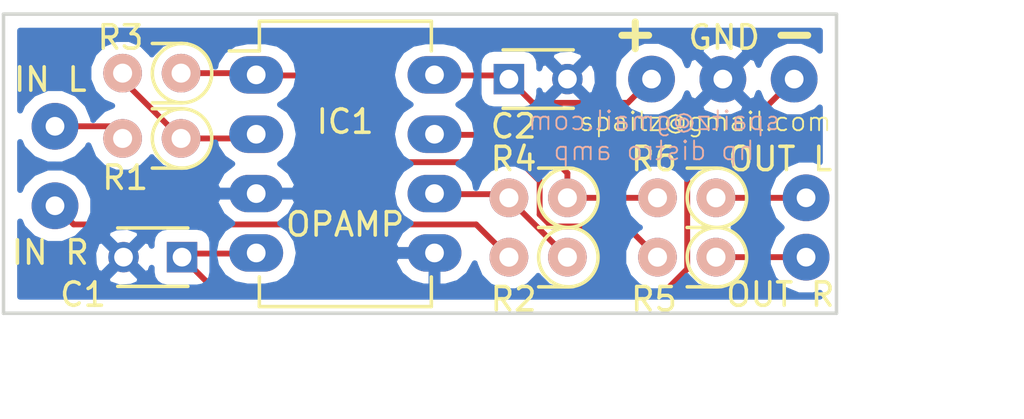
<source format=kicad_pcb>
(kicad_pcb (version 4) (host pcbnew 4.0.5)

  (general
    (links 20)
    (no_connects 0)
    (area 156.124999 91.124999 191.875001 104.075001)
    (thickness 1.6)
    (drawings 16)
    (tracks 48)
    (zones 0)
    (modules 16)
    (nets 12)
  )

  (page A4)
  (layers
    (0 F.Cu signal)
    (31 B.Cu signal)
    (32 B.Adhes user)
    (33 F.Adhes user)
    (34 B.Paste user)
    (35 F.Paste user)
    (36 B.SilkS user)
    (37 F.SilkS user)
    (38 B.Mask user)
    (39 F.Mask user)
    (40 Dwgs.User user)
    (41 Cmts.User user)
    (42 Eco1.User user)
    (43 Eco2.User user)
    (44 Edge.Cuts user)
    (45 Margin user)
    (46 B.CrtYd user)
    (47 F.CrtYd user)
    (48 B.Fab user)
    (49 F.Fab user)
  )

  (setup
    (last_trace_width 0.25)
    (trace_clearance 0.2)
    (zone_clearance 0.508)
    (zone_45_only no)
    (trace_min 0.2)
    (segment_width 0.2)
    (edge_width 0.15)
    (via_size 0.6)
    (via_drill 0.4)
    (via_min_size 0.4)
    (via_min_drill 0.3)
    (uvia_size 0.3)
    (uvia_drill 0.1)
    (uvias_allowed no)
    (uvia_min_size 0.2)
    (uvia_min_drill 0.1)
    (pcb_text_width 0.3)
    (pcb_text_size 1.5 1.5)
    (mod_edge_width 0.15)
    (mod_text_size 1 1)
    (mod_text_width 0.15)
    (pad_size 1.524 1.524)
    (pad_drill 0.762)
    (pad_to_mask_clearance 0.2)
    (aux_axis_origin 0 0)
    (visible_elements FFFFFF7F)
    (pcbplotparams
      (layerselection 0x00030_80000001)
      (usegerberextensions false)
      (excludeedgelayer true)
      (linewidth 0.100000)
      (plotframeref false)
      (viasonmask false)
      (mode 1)
      (useauxorigin false)
      (hpglpennumber 1)
      (hpglpenspeed 20)
      (hpglpendiameter 15)
      (hpglpenoverlay 2)
      (psnegative false)
      (psa4output false)
      (plotreference true)
      (plotvalue true)
      (plotinvisibletext false)
      (padsonsilk false)
      (subtractmaskfromsilk false)
      (outputformat 1)
      (mirror false)
      (drillshape 1)
      (scaleselection 1)
      (outputdirectory ""))
  )

  (net 0 "")
  (net 1 -9VA)
  (net 2 GND)
  (net 3 +9V)
  (net 4 "Net-(P4-Pad1)")
  (net 5 "Net-(P5-Pad1)")
  (net 6 "Net-(P6-Pad1)")
  (net 7 "Net-(P7-Pad1)")
  (net 8 "Net-(IC1-Pad1)")
  (net 9 "Net-(IC1-Pad2)")
  (net 10 "Net-(IC1-Pad6)")
  (net 11 "Net-(IC1-Pad7)")

  (net_class Default "Questo è il gruppo di collegamenti predefinito"
    (clearance 0.2)
    (trace_width 0.25)
    (via_dia 0.6)
    (via_drill 0.4)
    (uvia_dia 0.3)
    (uvia_drill 0.1)
    (add_net +9V)
    (add_net -9VA)
    (add_net GND)
    (add_net "Net-(IC1-Pad1)")
    (add_net "Net-(IC1-Pad2)")
    (add_net "Net-(IC1-Pad6)")
    (add_net "Net-(IC1-Pad7)")
    (add_net "Net-(P4-Pad1)")
    (add_net "Net-(P5-Pad1)")
    (add_net "Net-(P6-Pad1)")
    (add_net "Net-(P7-Pad1)")
  )

  (module Wire_Pads:SolderWirePad_single_0-8mmDrill (layer F.Cu) (tedit 58D68163) (tstamp 58D67CF9)
    (at 183.896 93.98)
    (path /58D59E96)
    (fp_text reference P1 (at 0 -2.54) (layer F.SilkS) hide
      (effects (font (size 1 1) (thickness 0.15)))
    )
    (fp_text value CONN_01X01 (at 0 2.54) (layer F.Fab) hide
      (effects (font (size 1 1) (thickness 0.15)))
    )
    (pad 1 thru_hole circle (at 0 0) (size 1.99898 1.99898) (drill 0.8001) (layers *.Cu *.Mask)
      (net 3 +9V))
  )

  (module Wire_Pads:SolderWirePad_single_0-8mmDrill (layer F.Cu) (tedit 58D68166) (tstamp 58D67CFD)
    (at 186.944 93.98)
    (path /58D59EBE)
    (fp_text reference P2 (at 0 -2.54) (layer F.SilkS) hide
      (effects (font (size 1 1) (thickness 0.15)))
    )
    (fp_text value CONN_01X01 (at 0 2.54) (layer F.Fab) hide
      (effects (font (size 1 1) (thickness 0.15)))
    )
    (pad 1 thru_hole circle (at 0 0) (size 1.99898 1.99898) (drill 0.8001) (layers *.Cu *.Mask)
      (net 2 GND))
  )

  (module Wire_Pads:SolderWirePad_single_0-8mmDrill (layer F.Cu) (tedit 58D68169) (tstamp 58D67D01)
    (at 189.992 93.98)
    (path /58D59EEC)
    (fp_text reference P3 (at 0 -2.54) (layer F.SilkS) hide
      (effects (font (size 1 1) (thickness 0.15)))
    )
    (fp_text value CONN_01X01 (at 0 2.54) (layer F.Fab) hide
      (effects (font (size 1 1) (thickness 0.15)))
    )
    (pad 1 thru_hole circle (at 0 0) (size 1.99898 1.99898) (drill 0.8001) (layers *.Cu *.Mask)
      (net 1 -9VA))
  )

  (module Wire_Pads:SolderWirePad_single_0-8mmDrill (layer F.Cu) (tedit 58D67D84) (tstamp 58D67D05)
    (at 158.4 96)
    (path /58D59DB5)
    (fp_text reference P4 (at 0 -2.54) (layer F.SilkS) hide
      (effects (font (size 1 1) (thickness 0.15)))
    )
    (fp_text value CONN_01X01 (at 0 2.54) (layer F.Fab) hide
      (effects (font (size 1 1) (thickness 0.15)))
    )
    (pad 1 thru_hole circle (at 0 0) (size 1.99898 1.99898) (drill 0.8001) (layers *.Cu *.Mask)
      (net 4 "Net-(P4-Pad1)"))
  )

  (module Wire_Pads:SolderWirePad_single_0-8mmDrill (layer F.Cu) (tedit 58D67D89) (tstamp 58D67D09)
    (at 158.4 99.4)
    (path /58D59E4F)
    (fp_text reference P5 (at 0 -2.54) (layer F.SilkS) hide
      (effects (font (size 1 1) (thickness 0.15)))
    )
    (fp_text value CONN_01X01 (at 0 2.54) (layer F.Fab) hide
      (effects (font (size 1 1) (thickness 0.15)))
    )
    (pad 1 thru_hole circle (at 0 0) (size 1.99898 1.99898) (drill 0.8001) (layers *.Cu *.Mask)
      (net 5 "Net-(P5-Pad1)"))
  )

  (module Wire_Pads:SolderWirePad_single_0-8mmDrill (layer F.Cu) (tedit 58E4FCCD) (tstamp 58D67D0D)
    (at 190.5 101.6)
    (path /58D5A014)
    (fp_text reference P6 (at 0 -2.54) (layer F.SilkS) hide
      (effects (font (size 1 1) (thickness 0.15)))
    )
    (fp_text value CONN_01X01 (at 0 2.54) (layer F.Fab) hide
      (effects (font (size 1 1) (thickness 0.15)))
    )
    (pad 1 thru_hole circle (at 0 0) (size 1.99898 1.99898) (drill 0.8001) (layers *.Cu *.Mask)
      (net 6 "Net-(P6-Pad1)"))
  )

  (module Wire_Pads:SolderWirePad_single_0-8mmDrill (layer F.Cu) (tedit 58D6816C) (tstamp 58D67D11)
    (at 190.5 99.06)
    (path /58D5A067)
    (fp_text reference P7 (at 0 -2.54) (layer F.SilkS) hide
      (effects (font (size 1 1) (thickness 0.15)))
    )
    (fp_text value CONN_01X01 (at 0 2.54) (layer F.Fab) hide
      (effects (font (size 1 1) (thickness 0.15)))
    )
    (pad 1 thru_hole circle (at 0 0) (size 1.99898 1.99898) (drill 0.8001) (layers *.Cu *.Mask)
      (net 7 "Net-(P7-Pad1)"))
  )

  (module Spino:Resistor_Vertical_RM2-5mm (layer F.Cu) (tedit 58E4FA96) (tstamp 58D67D15)
    (at 161.29 96.52 180)
    (descr "Resistor, Vertical, RM 2-5mm, 1/4W,")
    (tags "Resistor, Vertical, RM 2-5mm, 1/4W,")
    (path /58D5A20E)
    (fp_text reference R1 (at -0.11 -1.68 180) (layer F.SilkS)
      (effects (font (size 1 1) (thickness 0.15)))
    )
    (fp_text value 10K (at 0 4.50088 180) (layer F.SilkS) hide
      (effects (font (size 1.50114 1.50114) (thickness 0.20066)))
    )
    (fp_line (start -2.54 1.27) (end -1.27 1.27) (layer F.SilkS) (width 0.15))
    (fp_line (start -2.54 -1.27) (end -1.27 -1.27) (layer F.SilkS) (width 0.15))
    (fp_circle (center -2.54 0) (end -3.81 0) (layer F.SilkS) (width 0.15))
    (pad 1 thru_hole circle (at -2.49936 0 180) (size 1.651 1.651) (drill 0.8128) (layers *.Cu *.Mask B.SilkS)
      (net 9 "Net-(IC1-Pad2)"))
    (pad 2 thru_hole circle (at 0 0 180) (size 1.651 1.651) (drill 0.8128) (layers *.Cu *.Mask B.SilkS)
      (net 4 "Net-(P4-Pad1)"))
  )

  (module Spino:Resistor_Vertical_RM2-5mm (layer F.Cu) (tedit 58E4FAAC) (tstamp 58D67D1A)
    (at 177.8 101.6 180)
    (descr "Resistor, Vertical, RM 2-5mm, 1/4W,")
    (tags "Resistor, Vertical, RM 2-5mm, 1/4W,")
    (path /58D5A28F)
    (fp_text reference R2 (at -0.2 -1.8 180) (layer F.SilkS)
      (effects (font (size 1 1) (thickness 0.15)))
    )
    (fp_text value 10K (at 0 4.50088 180) (layer F.SilkS) hide
      (effects (font (size 1.50114 1.50114) (thickness 0.20066)))
    )
    (fp_line (start -2.54 1.27) (end -1.27 1.27) (layer F.SilkS) (width 0.15))
    (fp_line (start -2.54 -1.27) (end -1.27 -1.27) (layer F.SilkS) (width 0.15))
    (fp_circle (center -2.54 0) (end -3.81 0) (layer F.SilkS) (width 0.15))
    (pad 1 thru_hole circle (at -2.49936 0 180) (size 1.651 1.651) (drill 0.8128) (layers *.Cu *.Mask B.SilkS)
      (net 10 "Net-(IC1-Pad6)"))
    (pad 2 thru_hole circle (at 0 0 180) (size 1.651 1.651) (drill 0.8128) (layers *.Cu *.Mask B.SilkS)
      (net 5 "Net-(P5-Pad1)"))
  )

  (module Spino:Resistor_Vertical_RM2-5mm (layer F.Cu) (tedit 58E4FA93) (tstamp 58D67D1F)
    (at 161.29 93.726 180)
    (descr "Resistor, Vertical, RM 2-5mm, 1/4W,")
    (tags "Resistor, Vertical, RM 2-5mm, 1/4W,")
    (path /58D5A317)
    (fp_text reference R3 (at 0.09 1.526 180) (layer F.SilkS)
      (effects (font (size 1 1) (thickness 0.15)))
    )
    (fp_text value 100K (at 0 4.50088 180) (layer F.SilkS) hide
      (effects (font (size 1.50114 1.50114) (thickness 0.20066)))
    )
    (fp_line (start -2.54 1.27) (end -1.27 1.27) (layer F.SilkS) (width 0.15))
    (fp_line (start -2.54 -1.27) (end -1.27 -1.27) (layer F.SilkS) (width 0.15))
    (fp_circle (center -2.54 0) (end -3.81 0) (layer F.SilkS) (width 0.15))
    (pad 1 thru_hole circle (at -2.49936 0 180) (size 1.651 1.651) (drill 0.8128) (layers *.Cu *.Mask B.SilkS)
      (net 8 "Net-(IC1-Pad1)"))
    (pad 2 thru_hole circle (at 0 0 180) (size 1.651 1.651) (drill 0.8128) (layers *.Cu *.Mask B.SilkS)
      (net 9 "Net-(IC1-Pad2)"))
  )

  (module Spino:Resistor_Vertical_RM2-5mm (layer F.Cu) (tedit 58E4FAA5) (tstamp 58D67D24)
    (at 177.8 99.06 180)
    (descr "Resistor, Vertical, RM 2-5mm, 1/4W,")
    (tags "Resistor, Vertical, RM 2-5mm, 1/4W,")
    (path /58D5A360)
    (fp_text reference R4 (at -0.2 1.66 180) (layer F.SilkS)
      (effects (font (size 1 1) (thickness 0.15)))
    )
    (fp_text value 100K (at 0 4.50088 180) (layer F.SilkS) hide
      (effects (font (size 1.50114 1.50114) (thickness 0.20066)))
    )
    (fp_line (start -2.54 1.27) (end -1.27 1.27) (layer F.SilkS) (width 0.15))
    (fp_line (start -2.54 -1.27) (end -1.27 -1.27) (layer F.SilkS) (width 0.15))
    (fp_circle (center -2.54 0) (end -3.81 0) (layer F.SilkS) (width 0.15))
    (pad 1 thru_hole circle (at -2.49936 0 180) (size 1.651 1.651) (drill 0.8128) (layers *.Cu *.Mask B.SilkS)
      (net 11 "Net-(IC1-Pad7)"))
    (pad 2 thru_hole circle (at 0 0 180) (size 1.651 1.651) (drill 0.8128) (layers *.Cu *.Mask B.SilkS)
      (net 10 "Net-(IC1-Pad6)"))
  )

  (module Spino:Resistor_Vertical_RM2-5mm (layer F.Cu) (tedit 58E4FAB2) (tstamp 58D67D29)
    (at 184.15 101.6 180)
    (descr "Resistor, Vertical, RM 2-5mm, 1/4W,")
    (tags "Resistor, Vertical, RM 2-5mm, 1/4W,")
    (path /58D5A3D9)
    (fp_text reference R5 (at 0.15 -1.8 180) (layer F.SilkS)
      (effects (font (size 1 1) (thickness 0.15)))
    )
    (fp_text value 100 (at 0 4.50088 180) (layer F.SilkS) hide
      (effects (font (size 1.50114 1.50114) (thickness 0.20066)))
    )
    (fp_line (start -2.54 1.27) (end -1.27 1.27) (layer F.SilkS) (width 0.15))
    (fp_line (start -2.54 -1.27) (end -1.27 -1.27) (layer F.SilkS) (width 0.15))
    (fp_circle (center -2.54 0) (end -3.81 0) (layer F.SilkS) (width 0.15))
    (pad 1 thru_hole circle (at -2.49936 0 180) (size 1.651 1.651) (drill 0.8128) (layers *.Cu *.Mask B.SilkS)
      (net 6 "Net-(P6-Pad1)"))
    (pad 2 thru_hole circle (at 0 0 180) (size 1.651 1.651) (drill 0.8128) (layers *.Cu *.Mask B.SilkS)
      (net 8 "Net-(IC1-Pad1)"))
  )

  (module Spino:Resistor_Vertical_RM2-5mm (layer F.Cu) (tedit 58E4FAAF) (tstamp 58D67D2E)
    (at 184.15 99.06 180)
    (descr "Resistor, Vertical, RM 2-5mm, 1/4W,")
    (tags "Resistor, Vertical, RM 2-5mm, 1/4W,")
    (path /58D5A42C)
    (fp_text reference R6 (at 0.15 1.66 180) (layer F.SilkS)
      (effects (font (size 1 1) (thickness 0.15)))
    )
    (fp_text value 100 (at 0 4.50088 180) (layer F.SilkS) hide
      (effects (font (size 1.50114 1.50114) (thickness 0.20066)))
    )
    (fp_line (start -2.54 1.27) (end -1.27 1.27) (layer F.SilkS) (width 0.15))
    (fp_line (start -2.54 -1.27) (end -1.27 -1.27) (layer F.SilkS) (width 0.15))
    (fp_circle (center -2.54 0) (end -3.81 0) (layer F.SilkS) (width 0.15))
    (pad 1 thru_hole circle (at -2.49936 0 180) (size 1.651 1.651) (drill 0.8128) (layers *.Cu *.Mask B.SilkS)
      (net 7 "Net-(P7-Pad1)"))
    (pad 2 thru_hole circle (at 0 0 180) (size 1.651 1.651) (drill 0.8128) (layers *.Cu *.Mask B.SilkS)
      (net 11 "Net-(IC1-Pad7)"))
  )

  (module Capacitors_THT:C_Disc_D3_P2.5 (layer F.Cu) (tedit 58E4FA88) (tstamp 58D680E4)
    (at 163.83 101.6 180)
    (descr "Capacitor 3mm Disc, Pitch 2.5mm")
    (tags Capacitor)
    (path /58D5A4D7)
    (fp_text reference C1 (at 4.23 -1.6 180) (layer F.SilkS)
      (effects (font (size 1 1) (thickness 0.15)))
    )
    (fp_text value 100n (at 1.25 2.5 180) (layer F.Fab) hide
      (effects (font (size 1 1) (thickness 0.15)))
    )
    (fp_line (start -0.9 -1.5) (end 3.4 -1.5) (layer F.CrtYd) (width 0.05))
    (fp_line (start 3.4 -1.5) (end 3.4 1.5) (layer F.CrtYd) (width 0.05))
    (fp_line (start 3.4 1.5) (end -0.9 1.5) (layer F.CrtYd) (width 0.05))
    (fp_line (start -0.9 1.5) (end -0.9 -1.5) (layer F.CrtYd) (width 0.05))
    (fp_line (start -0.25 -1.25) (end 2.75 -1.25) (layer F.SilkS) (width 0.15))
    (fp_line (start 2.75 1.25) (end -0.25 1.25) (layer F.SilkS) (width 0.15))
    (pad 1 thru_hole rect (at 0 0 180) (size 1.3 1.3) (drill 0.8) (layers *.Cu *.Mask)
      (net 1 -9VA))
    (pad 2 thru_hole circle (at 2.5 0 180) (size 1.3 1.3) (drill 0.8001) (layers *.Cu *.Mask)
      (net 2 GND))
    (model Capacitors_ThroughHole.3dshapes/C_Disc_D3_P2.5.wrl
      (at (xyz 0.0492126 0 0))
      (scale (xyz 1 1 1))
      (rotate (xyz 0 0 0))
    )
  )

  (module Capacitors_THT:C_Disc_D3_P2.5 (layer F.Cu) (tedit 58E4FAE1) (tstamp 58D680E9)
    (at 177.8 93.98)
    (descr "Capacitor 3mm Disc, Pitch 2.5mm")
    (tags Capacitor)
    (path /58D5A474)
    (fp_text reference C2 (at 0.2 2.02) (layer F.SilkS)
      (effects (font (size 1 1) (thickness 0.15)))
    )
    (fp_text value 100n (at 1.25 2.5) (layer F.Fab) hide
      (effects (font (size 1 1) (thickness 0.15)))
    )
    (fp_line (start -0.9 -1.5) (end 3.4 -1.5) (layer F.CrtYd) (width 0.05))
    (fp_line (start 3.4 -1.5) (end 3.4 1.5) (layer F.CrtYd) (width 0.05))
    (fp_line (start 3.4 1.5) (end -0.9 1.5) (layer F.CrtYd) (width 0.05))
    (fp_line (start -0.9 1.5) (end -0.9 -1.5) (layer F.CrtYd) (width 0.05))
    (fp_line (start -0.25 -1.25) (end 2.75 -1.25) (layer F.SilkS) (width 0.15))
    (fp_line (start 2.75 1.25) (end -0.25 1.25) (layer F.SilkS) (width 0.15))
    (pad 1 thru_hole rect (at 0 0) (size 1.3 1.3) (drill 0.8) (layers *.Cu *.Mask)
      (net 3 +9V))
    (pad 2 thru_hole circle (at 2.5 0) (size 1.3 1.3) (drill 0.8001) (layers *.Cu *.Mask)
      (net 2 GND))
    (model Capacitors_ThroughHole.3dshapes/C_Disc_D3_P2.5.wrl
      (at (xyz 0.0492126 0 0))
      (scale (xyz 1 1 1))
      (rotate (xyz 0 0 0))
    )
  )

  (module Housings_DIP:DIP-8_W7.62mm_LongPads (layer F.Cu) (tedit 58E4FA72) (tstamp 58DCFA20)
    (at 167 93.8)
    (descr "8-lead dip package, row spacing 7.62 mm (300 mils), longer pads")
    (tags "dil dip 2.54 300")
    (path /58DCFC52)
    (fp_text reference IC1 (at 3.8 2) (layer F.SilkS)
      (effects (font (size 1 1) (thickness 0.15)))
    )
    (fp_text value OPA2134P (at 0 -3.72) (layer F.Fab) hide
      (effects (font (size 1 1) (thickness 0.15)))
    )
    (fp_line (start -1.4 -2.45) (end -1.4 10.1) (layer F.CrtYd) (width 0.05))
    (fp_line (start 9 -2.45) (end 9 10.1) (layer F.CrtYd) (width 0.05))
    (fp_line (start -1.4 -2.45) (end 9 -2.45) (layer F.CrtYd) (width 0.05))
    (fp_line (start -1.4 10.1) (end 9 10.1) (layer F.CrtYd) (width 0.05))
    (fp_line (start 0.135 -2.295) (end 0.135 -1.025) (layer F.SilkS) (width 0.15))
    (fp_line (start 7.485 -2.295) (end 7.485 -1.025) (layer F.SilkS) (width 0.15))
    (fp_line (start 7.485 9.915) (end 7.485 8.645) (layer F.SilkS) (width 0.15))
    (fp_line (start 0.135 9.915) (end 0.135 8.645) (layer F.SilkS) (width 0.15))
    (fp_line (start 0.135 -2.295) (end 7.485 -2.295) (layer F.SilkS) (width 0.15))
    (fp_line (start 0.135 9.915) (end 7.485 9.915) (layer F.SilkS) (width 0.15))
    (fp_line (start 0.135 -1.025) (end -1.15 -1.025) (layer F.SilkS) (width 0.15))
    (pad 1 thru_hole oval (at 0 0) (size 2.3 1.6) (drill 0.8) (layers *.Cu *.Mask)
      (net 8 "Net-(IC1-Pad1)"))
    (pad 2 thru_hole oval (at 0 2.54) (size 2.3 1.6) (drill 0.8) (layers *.Cu *.Mask)
      (net 9 "Net-(IC1-Pad2)"))
    (pad 3 thru_hole oval (at 0 5.08) (size 2.3 1.6) (drill 0.8) (layers *.Cu *.Mask)
      (net 2 GND))
    (pad 4 thru_hole oval (at 0 7.62) (size 2.3 1.6) (drill 0.8) (layers *.Cu *.Mask)
      (net 1 -9VA))
    (pad 5 thru_hole oval (at 7.62 7.62) (size 2.3 1.6) (drill 0.8) (layers *.Cu *.Mask)
      (net 2 GND))
    (pad 6 thru_hole oval (at 7.62 5.08) (size 2.3 1.6) (drill 0.8) (layers *.Cu *.Mask)
      (net 10 "Net-(IC1-Pad6)"))
    (pad 7 thru_hole oval (at 7.62 2.54) (size 2.3 1.6) (drill 0.8) (layers *.Cu *.Mask)
      (net 11 "Net-(IC1-Pad7)"))
    (pad 8 thru_hole oval (at 7.62 0) (size 2.3 1.6) (drill 0.8) (layers *.Cu *.Mask)
      (net 3 +9V))
    (model Housings_DIP.3dshapes/DIP-8_W7.62mm_LongPads.wrl
      (at (xyz 0 0 0))
      (scale (xyz 1 1 1))
      (rotate (xyz 0 0 0))
    )
  )

  (dimension 12.8 (width 0.3) (layer Cmts.User)
    (gr_text "12.800 mm" (at 197.15 97.6 90) (layer Cmts.User)
      (effects (font (size 1.5 1.5) (thickness 0.3)))
    )
    (feature1 (pts (xy 193.2 91.2) (xy 198.5 91.2)))
    (feature2 (pts (xy 193.2 104) (xy 198.5 104)))
    (crossbar (pts (xy 195.8 104) (xy 195.8 91.2)))
    (arrow1a (pts (xy 195.8 91.2) (xy 196.386421 92.326504)))
    (arrow1b (pts (xy 195.8 91.2) (xy 195.213579 92.326504)))
    (arrow2a (pts (xy 195.8 104) (xy 196.386421 102.873496)))
    (arrow2b (pts (xy 195.8 104) (xy 195.213579 102.873496)))
  )
  (dimension 35.6 (width 0.3) (layer Cmts.User)
    (gr_text "35.600 mm" (at 174 109.15) (layer Cmts.User)
      (effects (font (size 1.5 1.5) (thickness 0.3)))
    )
    (feature1 (pts (xy 191.8 105.2) (xy 191.8 110.5)))
    (feature2 (pts (xy 156.2 105.2) (xy 156.2 110.5)))
    (crossbar (pts (xy 156.2 107.8) (xy 191.8 107.8)))
    (arrow1a (pts (xy 191.8 107.8) (xy 190.673496 108.386421)))
    (arrow1b (pts (xy 191.8 107.8) (xy 190.673496 107.213579)))
    (arrow2a (pts (xy 156.2 107.8) (xy 157.326504 108.386421)))
    (arrow2b (pts (xy 156.2 107.8) (xy 157.326504 107.213579)))
  )
  (gr_text "spaitz@gmail.com\nhp distro amp" (at 184 96.4) (layer B.SilkS)
    (effects (font (size 0.8 0.8) (thickness 0.08)) (justify mirror))
  )
  (gr_text spaitz@gmail.com (at 186.2 95.8) (layer F.SilkS)
    (effects (font (size 0.8 0.8) (thickness 0.08)))
  )
  (gr_text OPAMP (at 170.8 100.2) (layer F.SilkS)
    (effects (font (size 1 1) (thickness 0.15)))
  )
  (gr_line (start 156.2 104) (end 156.2 91.2) (angle 90) (layer Edge.Cuts) (width 0.15))
  (gr_line (start 191.8 104) (end 156.2 104) (angle 90) (layer Edge.Cuts) (width 0.15))
  (gr_line (start 191.8 91.2) (end 191.8 104) (angle 90) (layer Edge.Cuts) (width 0.15))
  (gr_line (start 156.2 91.2) (end 191.8 91.2) (angle 90) (layer Edge.Cuts) (width 0.15))
  (gr_text "OUT R" (at 189.4 103.2) (layer F.SilkS)
    (effects (font (size 1 1) (thickness 0.15)))
  )
  (gr_text "OUT L" (at 189.4 97.4) (layer F.SilkS)
    (effects (font (size 1 1) (thickness 0.15)))
  )
  (gr_text GND (at 187 92.2) (layer F.SilkS)
    (effects (font (size 1 1) (thickness 0.15)))
  )
  (gr_text - (at 190 92) (layer F.SilkS)
    (effects (font (size 1.5 1.5) (thickness 0.3)))
  )
  (gr_text + (at 183.2 92) (layer F.SilkS)
    (effects (font (size 1.5 1.5) (thickness 0.3)))
  )
  (gr_text "IN R" (at 158.2 101.4) (layer F.SilkS)
    (effects (font (size 1 1) (thickness 0.15)))
  )
  (gr_text "IN L" (at 158.2 94) (layer F.SilkS)
    (effects (font (size 1 1) (thickness 0.15)))
  )

  (segment (start 189.992 93.98) (end 187.452 96.52) (width 0.25) (layer F.Cu) (net 1))
  (segment (start 165.354 103.124) (end 163.83 101.6) (width 0.25) (layer F.Cu) (net 1) (tstamp 58D8E5DA))
  (segment (start 184.404 103.124) (end 165.354 103.124) (width 0.25) (layer F.Cu) (net 1) (tstamp 58D8E5D1))
  (segment (start 185.42 102.108) (end 184.404 103.124) (width 0.25) (layer F.Cu) (net 1) (tstamp 58D8E5CF))
  (segment (start 185.42 97.536) (end 185.42 102.108) (width 0.25) (layer F.Cu) (net 1) (tstamp 58D8E5C5))
  (segment (start 186.436 96.52) (end 185.42 97.536) (width 0.25) (layer F.Cu) (net 1) (tstamp 58D8E5C1))
  (segment (start 187.452 96.52) (end 186.436 96.52) (width 0.25) (layer F.Cu) (net 1) (tstamp 58D8E5BC))
  (segment (start 166.910952 101.445) (end 163.985 101.445) (width 0.25) (layer F.Cu) (net 1))
  (segment (start 163.985 101.445) (end 163.83 101.6) (width 0.25) (layer F.Cu) (net 1) (tstamp 58D682FA))
  (segment (start 166.755952 101.6) (end 166.910952 101.445) (width 0.25) (layer F.Cu) (net 1) (tstamp 58D59F59))
  (segment (start 174.530952 93.825) (end 177.645 93.825) (width 0.25) (layer F.Cu) (net 3))
  (segment (start 177.8 93.98) (end 178.816 94.996) (width 0.25) (layer F.Cu) (net 3))
  (segment (start 182.88 94.996) (end 183.896 93.98) (width 0.25) (layer F.Cu) (net 3) (tstamp 58D68301))
  (segment (start 178.816 94.996) (end 182.88 94.996) (width 0.25) (layer F.Cu) (net 3) (tstamp 58D68300))
  (segment (start 177.645 93.825) (end 177.8 93.98) (width 0.25) (layer F.Cu) (net 3) (tstamp 58D682FD))
  (segment (start 158.4 96) (end 160.77 96) (width 0.25) (layer F.Cu) (net 4))
  (segment (start 160.77 96) (end 161.29 96.52) (width 0.25) (layer F.Cu) (net 4) (tstamp 58E4FBF0))
  (segment (start 158.4 99.4) (end 159.2 100.2) (width 0.25) (layer F.Cu) (net 5))
  (segment (start 176.4 100.2) (end 177.8 101.6) (width 0.25) (layer F.Cu) (net 5) (tstamp 58E4FBFA))
  (segment (start 159.2 100.2) (end 176.4 100.2) (width 0.25) (layer F.Cu) (net 5) (tstamp 58E4FBF4))
  (segment (start 190.5 101.6) (end 186.64936 101.6) (width 0.25) (layer F.Cu) (net 6))
  (segment (start 190.5 99.06) (end 186.64936 99.06) (width 0.25) (layer F.Cu) (net 7))
  (segment (start 166.910952 93.825) (end 169.009 93.825) (width 0.25) (layer F.Cu) (net 8))
  (segment (start 166.811952 93.726) (end 166.910952 93.825) (width 0.25) (layer F.Cu) (net 8) (tstamp 58D682CC))
  (segment (start 166.755952 93.98) (end 166.910952 93.825) (width 0.25) (layer F.Cu) (net 8) (tstamp 58D59F4C))
  (segment (start 182.836121 100.286121) (end 184.15 101.6) (width 0.25) (layer F.Cu) (net 8) (tstamp 58D68336))
  (segment (start 181.820121 100.286121) (end 182.836121 100.286121) (width 0.25) (layer F.Cu) (net 8) (tstamp 58D68335))
  (segment (start 163.78936 93.726) (end 166.811952 93.726) (width 0.25) (layer F.Cu) (net 8))
  (segment (start 179.621879 100.286121) (end 181.820121 100.286121) (width 0.25) (layer F.Cu) (net 8))
  (segment (start 169.009 93.825) (end 172.72 97.536) (width 0.25) (layer F.Cu) (net 8) (tstamp 58D6832C))
  (segment (start 172.72 97.536) (end 178.308 97.536) (width 0.25) (layer F.Cu) (net 8) (tstamp 58D6832E))
  (segment (start 178.308 97.536) (end 179.113879 98.341879) (width 0.25) (layer F.Cu) (net 8) (tstamp 58D68330))
  (segment (start 179.113879 98.341879) (end 179.113879 99.778121) (width 0.25) (layer F.Cu) (net 8) (tstamp 58D68331))
  (segment (start 179.113879 99.778121) (end 179.621879 100.286121) (width 0.25) (layer F.Cu) (net 8) (tstamp 58D68332))
  (segment (start 166.755952 96.52) (end 166.910952 96.365) (width 0.25) (layer F.Cu) (net 9) (tstamp 58D682C9))
  (segment (start 166.755952 96.52) (end 166.910952 96.365) (width 0.25) (layer F.Cu) (net 9) (tstamp 58D59F4F))
  (segment (start 163.78936 96.52) (end 166.755952 96.52) (width 0.25) (layer F.Cu) (net 9))
  (segment (start 161.29 93.726) (end 161.29 94.02064) (width 0.25) (layer F.Cu) (net 9))
  (segment (start 161.29 94.02064) (end 163.78936 96.52) (width 0.25) (layer F.Cu) (net 9) (tstamp 58D682C6))
  (segment (start 174.530952 98.905) (end 177.645 98.905) (width 0.25) (layer F.Cu) (net 10))
  (segment (start 174.530952 98.905) (end 174.685952 99.06) (width 0.25) (layer F.Cu) (net 10))
  (segment (start 177.8 99.06) (end 177.8 99.10064) (width 0.25) (layer F.Cu) (net 10))
  (segment (start 177.8 99.10064) (end 180.29936 101.6) (width 0.25) (layer F.Cu) (net 10) (tstamp 58D6830E))
  (segment (start 177.645 98.905) (end 177.8 99.06) (width 0.25) (layer F.Cu) (net 10) (tstamp 58D6830B))
  (segment (start 178.661 96.365) (end 174.530952 96.365) (width 0.25) (layer F.Cu) (net 11) (tstamp 58D68312))
  (segment (start 180.29936 99.06) (end 180.29936 98.00336) (width 0.25) (layer F.Cu) (net 11))
  (segment (start 180.29936 98.00336) (end 178.661 96.365) (width 0.25) (layer F.Cu) (net 11) (tstamp 58D68311))
  (segment (start 184.15 99.06) (end 180.29936 99.06) (width 0.25) (layer F.Cu) (net 11))

  (zone (net 2) (net_name GND) (layer B.Cu) (tstamp 58E4FC15) (hatch edge 0.508)
    (connect_pads (clearance 0.508))
    (min_thickness 0.254)
    (fill yes (arc_segments 16) (thermal_gap 0.508) (thermal_bridge_width 0.508))
    (polygon
      (pts
        (xy 156.2 91.2) (xy 191.8 91.2) (xy 191.8 104) (xy 156.2 104)
      )
    )
    (filled_polygon
      (pts
        (xy 191.09 92.766379) (xy 190.919073 92.595154) (xy 190.318547 92.345794) (xy 189.668306 92.345226) (xy 189.067345 92.593538)
        (xy 188.607154 93.052927) (xy 188.473895 93.373851) (xy 188.362965 93.106042) (xy 188.096163 93.007443) (xy 187.123605 93.98)
        (xy 188.096163 94.952557) (xy 188.362965 94.853958) (xy 188.467888 94.571517) (xy 188.605538 94.904655) (xy 189.064927 95.364846)
        (xy 189.665453 95.614206) (xy 190.315694 95.614774) (xy 190.916655 95.366462) (xy 191.09 95.193419) (xy 191.09 97.535189)
        (xy 190.826547 97.425794) (xy 190.176306 97.425226) (xy 189.575345 97.673538) (xy 189.115154 98.132927) (xy 188.865794 98.733453)
        (xy 188.865226 99.383694) (xy 189.113538 99.984655) (xy 189.45848 100.330199) (xy 189.115154 100.672927) (xy 188.865794 101.273453)
        (xy 188.865226 101.923694) (xy 189.113538 102.524655) (xy 189.572927 102.984846) (xy 190.173453 103.234206) (xy 190.823694 103.234774)
        (xy 191.09 103.124739) (xy 191.09 103.29) (xy 156.91 103.29) (xy 156.91 102.499016) (xy 160.61059 102.499016)
        (xy 160.666271 102.729611) (xy 161.149078 102.897622) (xy 161.659428 102.868083) (xy 161.993729 102.729611) (xy 162.04941 102.499016)
        (xy 161.33 101.779605) (xy 160.61059 102.499016) (xy 156.91 102.499016) (xy 156.91 101.419078) (xy 160.032378 101.419078)
        (xy 160.061917 101.929428) (xy 160.200389 102.263729) (xy 160.430984 102.31941) (xy 161.150395 101.6) (xy 161.509605 101.6)
        (xy 162.229016 102.31941) (xy 162.459611 102.263729) (xy 162.53256 102.054098) (xy 162.53256 102.25) (xy 162.576838 102.485317)
        (xy 162.71591 102.701441) (xy 162.92811 102.846431) (xy 163.18 102.89744) (xy 164.48 102.89744) (xy 164.715317 102.853162)
        (xy 164.931441 102.71409) (xy 165.076431 102.50189) (xy 165.12744 102.25) (xy 165.12744 101.42) (xy 165.18003 101.42)
        (xy 165.289263 101.969151) (xy 165.600332 102.434698) (xy 166.065879 102.745767) (xy 166.61503 102.855) (xy 167.38497 102.855)
        (xy 167.934121 102.745767) (xy 168.399668 102.434698) (xy 168.710737 101.969151) (xy 168.750541 101.769039) (xy 172.878096 101.769039)
        (xy 172.895633 101.851819) (xy 173.1655 102.344896) (xy 173.603517 102.697166) (xy 174.143 102.855) (xy 174.493 102.855)
        (xy 174.493 101.547) (xy 173.000085 101.547) (xy 172.878096 101.769039) (xy 168.750541 101.769039) (xy 168.81997 101.42)
        (xy 168.710737 100.870849) (xy 168.399668 100.405302) (xy 168.021849 100.152851) (xy 168.4545 99.804896) (xy 168.724367 99.311819)
        (xy 168.741904 99.229039) (xy 168.619915 99.007) (xy 167.127 99.007) (xy 167.127 99.027) (xy 166.873 99.027)
        (xy 166.873 99.007) (xy 165.380085 99.007) (xy 165.258096 99.229039) (xy 165.275633 99.311819) (xy 165.5455 99.804896)
        (xy 165.978151 100.152851) (xy 165.600332 100.405302) (xy 165.289263 100.870849) (xy 165.18003 101.42) (xy 165.12744 101.42)
        (xy 165.12744 100.95) (xy 165.083162 100.714683) (xy 164.94409 100.498559) (xy 164.73189 100.353569) (xy 164.48 100.30256)
        (xy 163.18 100.30256) (xy 162.944683 100.346838) (xy 162.728559 100.48591) (xy 162.583569 100.69811) (xy 162.53256 100.95)
        (xy 162.53256 101.112385) (xy 162.459611 100.936271) (xy 162.229016 100.88059) (xy 161.509605 101.6) (xy 161.150395 101.6)
        (xy 160.430984 100.88059) (xy 160.200389 100.936271) (xy 160.032378 101.419078) (xy 156.91 101.419078) (xy 156.91 100.074074)
        (xy 157.013538 100.324655) (xy 157.472927 100.784846) (xy 158.073453 101.034206) (xy 158.723694 101.034774) (xy 159.324655 100.786462)
        (xy 159.410282 100.700984) (xy 160.61059 100.700984) (xy 161.33 101.420395) (xy 162.04941 100.700984) (xy 161.993729 100.470389)
        (xy 161.510922 100.302378) (xy 161.000572 100.331917) (xy 160.666271 100.470389) (xy 160.61059 100.700984) (xy 159.410282 100.700984)
        (xy 159.784846 100.327073) (xy 160.034206 99.726547) (xy 160.034774 99.076306) (xy 159.786462 98.475345) (xy 159.327073 98.015154)
        (xy 158.726547 97.765794) (xy 158.076306 97.765226) (xy 157.475345 98.013538) (xy 157.015154 98.472927) (xy 156.91 98.726166)
        (xy 156.91 96.674074) (xy 157.013538 96.924655) (xy 157.472927 97.384846) (xy 158.073453 97.634206) (xy 158.723694 97.634774)
        (xy 159.324655 97.386462) (xy 159.784846 96.927073) (xy 159.831506 96.814704) (xy 160.051126 97.346226) (xy 160.461613 97.75743)
        (xy 160.998214 97.980246) (xy 161.579237 97.980753) (xy 162.116226 97.758874) (xy 162.52743 97.348387) (xy 162.539434 97.319478)
        (xy 162.550486 97.346226) (xy 162.960973 97.75743) (xy 163.497574 97.980246) (xy 164.078597 97.980753) (xy 164.615586 97.758874)
        (xy 165.02679 97.348387) (xy 165.249606 96.811786) (xy 165.249712 96.690315) (xy 165.289263 96.889151) (xy 165.600332 97.354698)
        (xy 165.978151 97.607149) (xy 165.5455 97.955104) (xy 165.275633 98.448181) (xy 165.258096 98.530961) (xy 165.380085 98.753)
        (xy 166.873 98.753) (xy 166.873 98.733) (xy 167.127 98.733) (xy 167.127 98.753) (xy 168.619915 98.753)
        (xy 168.741904 98.530961) (xy 168.724367 98.448181) (xy 168.4545 97.955104) (xy 168.021849 97.607149) (xy 168.399668 97.354698)
        (xy 168.710737 96.889151) (xy 168.81997 96.34) (xy 168.710737 95.790849) (xy 168.399668 95.325302) (xy 168.017582 95.07)
        (xy 168.399668 94.814698) (xy 168.710737 94.349151) (xy 168.81997 93.8) (xy 172.80003 93.8) (xy 172.909263 94.349151)
        (xy 173.220332 94.814698) (xy 173.602418 95.07) (xy 173.220332 95.325302) (xy 172.909263 95.790849) (xy 172.80003 96.34)
        (xy 172.909263 96.889151) (xy 173.220332 97.354698) (xy 173.602418 97.61) (xy 173.220332 97.865302) (xy 172.909263 98.330849)
        (xy 172.80003 98.88) (xy 172.909263 99.429151) (xy 173.220332 99.894698) (xy 173.598151 100.147149) (xy 173.1655 100.495104)
        (xy 172.895633 100.988181) (xy 172.878096 101.070961) (xy 173.000085 101.293) (xy 174.493 101.293) (xy 174.493 101.273)
        (xy 174.747 101.273) (xy 174.747 101.293) (xy 174.767 101.293) (xy 174.767 101.547) (xy 174.747 101.547)
        (xy 174.747 102.855) (xy 175.097 102.855) (xy 175.636483 102.697166) (xy 176.0745 102.344896) (xy 176.339272 101.861129)
        (xy 176.339247 101.889237) (xy 176.561126 102.426226) (xy 176.971613 102.83743) (xy 177.508214 103.060246) (xy 178.089237 103.060753)
        (xy 178.626226 102.838874) (xy 179.03743 102.428387) (xy 179.049434 102.399478) (xy 179.060486 102.426226) (xy 179.470973 102.83743)
        (xy 180.007574 103.060246) (xy 180.588597 103.060753) (xy 181.125586 102.838874) (xy 181.53679 102.428387) (xy 181.759606 101.891786)
        (xy 181.760113 101.310763) (xy 181.538234 100.773774) (xy 181.127747 100.36257) (xy 181.049781 100.330196) (xy 181.125586 100.298874)
        (xy 181.53679 99.888387) (xy 181.759606 99.351786) (xy 181.759608 99.349237) (xy 182.689247 99.349237) (xy 182.911126 99.886226)
        (xy 183.321613 100.29743) (xy 183.399579 100.329804) (xy 183.323774 100.361126) (xy 182.91257 100.771613) (xy 182.689754 101.308214)
        (xy 182.689247 101.889237) (xy 182.911126 102.426226) (xy 183.321613 102.83743) (xy 183.858214 103.060246) (xy 184.439237 103.060753)
        (xy 184.976226 102.838874) (xy 185.38743 102.428387) (xy 185.399434 102.399478) (xy 185.410486 102.426226) (xy 185.820973 102.83743)
        (xy 186.357574 103.060246) (xy 186.938597 103.060753) (xy 187.475586 102.838874) (xy 187.88679 102.428387) (xy 188.109606 101.891786)
        (xy 188.110113 101.310763) (xy 187.888234 100.773774) (xy 187.477747 100.36257) (xy 187.399781 100.330196) (xy 187.475586 100.298874)
        (xy 187.88679 99.888387) (xy 188.109606 99.351786) (xy 188.110113 98.770763) (xy 187.888234 98.233774) (xy 187.477747 97.82257)
        (xy 186.941146 97.599754) (xy 186.360123 97.599247) (xy 185.823134 97.821126) (xy 185.41193 98.231613) (xy 185.399926 98.260522)
        (xy 185.388874 98.233774) (xy 184.978387 97.82257) (xy 184.441786 97.599754) (xy 183.860763 97.599247) (xy 183.323774 97.821126)
        (xy 182.91257 98.231613) (xy 182.689754 98.768214) (xy 182.689247 99.349237) (xy 181.759608 99.349237) (xy 181.760113 98.770763)
        (xy 181.538234 98.233774) (xy 181.127747 97.82257) (xy 180.591146 97.599754) (xy 180.010123 97.599247) (xy 179.473134 97.821126)
        (xy 179.06193 98.231613) (xy 179.049926 98.260522) (xy 179.038874 98.233774) (xy 178.628387 97.82257) (xy 178.091786 97.599754)
        (xy 177.510763 97.599247) (xy 176.973774 97.821126) (xy 176.56257 98.231613) (xy 176.392478 98.641241) (xy 176.330737 98.330849)
        (xy 176.019668 97.865302) (xy 175.637582 97.61) (xy 176.019668 97.354698) (xy 176.330737 96.889151) (xy 176.43997 96.34)
        (xy 176.330737 95.790849) (xy 176.019668 95.325302) (xy 175.637582 95.07) (xy 176.019668 94.814698) (xy 176.330737 94.349151)
        (xy 176.43997 93.8) (xy 176.346482 93.33) (xy 176.50256 93.33) (xy 176.50256 94.63) (xy 176.546838 94.865317)
        (xy 176.68591 95.081441) (xy 176.89811 95.226431) (xy 177.15 95.27744) (xy 178.45 95.27744) (xy 178.685317 95.233162)
        (xy 178.901441 95.09409) (xy 179.046431 94.88189) (xy 179.047012 94.879016) (xy 179.58059 94.879016) (xy 179.636271 95.109611)
        (xy 180.119078 95.277622) (xy 180.629428 95.248083) (xy 180.963729 95.109611) (xy 181.01941 94.879016) (xy 180.3 94.159605)
        (xy 179.58059 94.879016) (xy 179.047012 94.879016) (xy 179.09744 94.63) (xy 179.09744 94.467615) (xy 179.170389 94.643729)
        (xy 179.400984 94.69941) (xy 180.120395 93.98) (xy 180.479605 93.98) (xy 181.199016 94.69941) (xy 181.429611 94.643729)
        (xy 181.547939 94.303694) (xy 182.261226 94.303694) (xy 182.509538 94.904655) (xy 182.968927 95.364846) (xy 183.569453 95.614206)
        (xy 184.219694 95.614774) (xy 184.820655 95.366462) (xy 185.055363 95.132163) (xy 185.971443 95.132163) (xy 186.070042 95.398965)
        (xy 186.679582 95.625401) (xy 187.329377 95.601341) (xy 187.817958 95.398965) (xy 187.916557 95.132163) (xy 186.944 94.159605)
        (xy 185.971443 95.132163) (xy 185.055363 95.132163) (xy 185.280846 94.907073) (xy 185.414105 94.586149) (xy 185.525035 94.853958)
        (xy 185.791837 94.952557) (xy 186.764395 93.98) (xy 185.791837 93.007443) (xy 185.525035 93.106042) (xy 185.420112 93.388483)
        (xy 185.282462 93.055345) (xy 185.055351 92.827837) (xy 185.971443 92.827837) (xy 186.944 93.800395) (xy 187.916557 92.827837)
        (xy 187.817958 92.561035) (xy 187.208418 92.334599) (xy 186.558623 92.358659) (xy 186.070042 92.561035) (xy 185.971443 92.827837)
        (xy 185.055351 92.827837) (xy 184.823073 92.595154) (xy 184.222547 92.345794) (xy 183.572306 92.345226) (xy 182.971345 92.593538)
        (xy 182.511154 93.052927) (xy 182.261794 93.653453) (xy 182.261226 94.303694) (xy 181.547939 94.303694) (xy 181.597622 94.160922)
        (xy 181.568083 93.650572) (xy 181.429611 93.316271) (xy 181.199016 93.26059) (xy 180.479605 93.98) (xy 180.120395 93.98)
        (xy 179.400984 93.26059) (xy 179.170389 93.316271) (xy 179.09744 93.525902) (xy 179.09744 93.33) (xy 179.053162 93.094683)
        (xy 179.044347 93.080984) (xy 179.58059 93.080984) (xy 180.3 93.800395) (xy 181.01941 93.080984) (xy 180.963729 92.850389)
        (xy 180.480922 92.682378) (xy 179.970572 92.711917) (xy 179.636271 92.850389) (xy 179.58059 93.080984) (xy 179.044347 93.080984)
        (xy 178.91409 92.878559) (xy 178.70189 92.733569) (xy 178.45 92.68256) (xy 177.15 92.68256) (xy 176.914683 92.726838)
        (xy 176.698559 92.86591) (xy 176.553569 93.07811) (xy 176.50256 93.33) (xy 176.346482 93.33) (xy 176.330737 93.250849)
        (xy 176.019668 92.785302) (xy 175.554121 92.474233) (xy 175.00497 92.365) (xy 174.23503 92.365) (xy 173.685879 92.474233)
        (xy 173.220332 92.785302) (xy 172.909263 93.250849) (xy 172.80003 93.8) (xy 168.81997 93.8) (xy 168.710737 93.250849)
        (xy 168.399668 92.785302) (xy 167.934121 92.474233) (xy 167.38497 92.365) (xy 166.61503 92.365) (xy 166.065879 92.474233)
        (xy 165.600332 92.785302) (xy 165.289263 93.250849) (xy 165.250103 93.447717) (xy 165.250113 93.436763) (xy 165.028234 92.899774)
        (xy 164.617747 92.48857) (xy 164.081146 92.265754) (xy 163.500123 92.265247) (xy 162.963134 92.487126) (xy 162.55193 92.897613)
        (xy 162.539926 92.926522) (xy 162.528874 92.899774) (xy 162.118387 92.48857) (xy 161.581786 92.265754) (xy 161.000763 92.265247)
        (xy 160.463774 92.487126) (xy 160.05257 92.897613) (xy 159.829754 93.434214) (xy 159.829247 94.015237) (xy 160.051126 94.552226)
        (xy 160.461613 94.96343) (xy 160.846184 95.123118) (xy 160.463774 95.281126) (xy 160.05257 95.691613) (xy 160.034723 95.734593)
        (xy 160.034774 95.676306) (xy 159.786462 95.075345) (xy 159.327073 94.615154) (xy 158.726547 94.365794) (xy 158.076306 94.365226)
        (xy 157.475345 94.613538) (xy 157.015154 95.072927) (xy 156.91 95.326166) (xy 156.91 91.91) (xy 191.09 91.91)
      )
    )
  )
)

</source>
